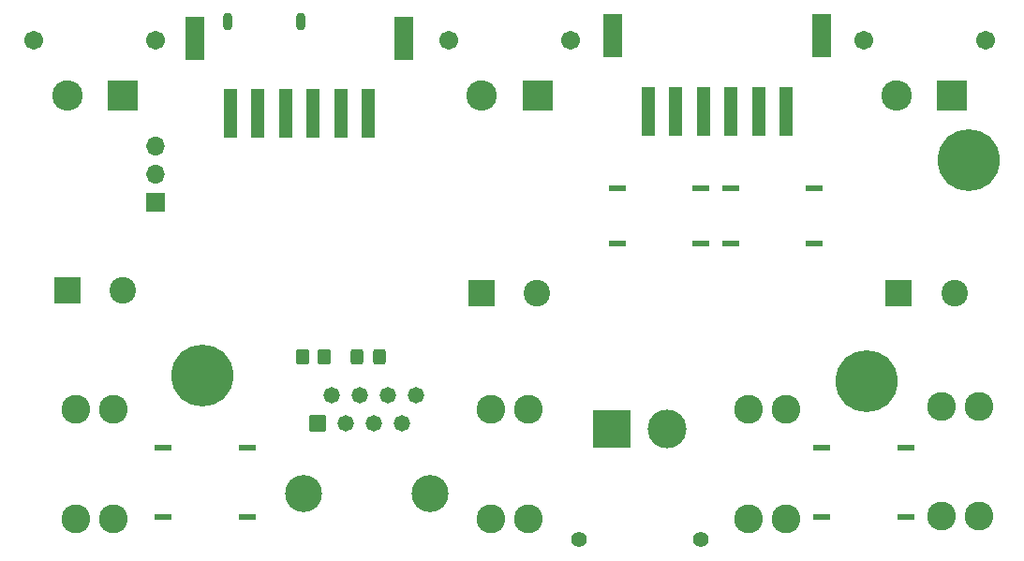
<source format=gts>
%TF.GenerationSoftware,KiCad,Pcbnew,8.0.3-8.0.3-0~ubuntu22.04.1*%
%TF.CreationDate,2024-07-03T00:47:08-04:00*%
%TF.ProjectId,arm_drive_j3_4_5,61726d5f-6472-4697-9665-5f6a335f345f,rev?*%
%TF.SameCoordinates,Original*%
%TF.FileFunction,Soldermask,Top*%
%TF.FilePolarity,Negative*%
%FSLAX46Y46*%
G04 Gerber Fmt 4.6, Leading zero omitted, Abs format (unit mm)*
G04 Created by KiCad (PCBNEW 8.0.3-8.0.3-0~ubuntu22.04.1) date 2024-07-03 00:47:08*
%MOMM*%
%LPD*%
G01*
G04 APERTURE LIST*
G04 Aperture macros list*
%AMRoundRect*
0 Rectangle with rounded corners*
0 $1 Rounding radius*
0 $2 $3 $4 $5 $6 $7 $8 $9 X,Y pos of 4 corners*
0 Add a 4 corners polygon primitive as box body*
4,1,4,$2,$3,$4,$5,$6,$7,$8,$9,$2,$3,0*
0 Add four circle primitives for the rounded corners*
1,1,$1+$1,$2,$3*
1,1,$1+$1,$4,$5*
1,1,$1+$1,$6,$7*
1,1,$1+$1,$8,$9*
0 Add four rect primitives between the rounded corners*
20,1,$1+$1,$2,$3,$4,$5,0*
20,1,$1+$1,$4,$5,$6,$7,0*
20,1,$1+$1,$6,$7,$8,$9,0*
20,1,$1+$1,$8,$9,$2,$3,0*%
G04 Aperture macros list end*
%ADD10R,1.511300X0.609600*%
%ADD11R,1.295400X4.495800*%
%ADD12R,1.803400X3.911600*%
%ADD13C,1.712000*%
%ADD14RoundRect,0.102000X-1.275000X-1.275000X1.275000X-1.275000X1.275000X1.275000X-1.275000X1.275000X0*%
%ADD15C,2.754000*%
%ADD16RoundRect,0.250000X0.350000X0.450000X-0.350000X0.450000X-0.350000X-0.450000X0.350000X-0.450000X0*%
%ADD17C,2.604000*%
%ADD18RoundRect,0.250000X0.325000X0.450000X-0.325000X0.450000X-0.325000X-0.450000X0.325000X-0.450000X0*%
%ADD19R,2.400000X2.400000*%
%ADD20C,2.400000*%
%ADD21R,1.700000X1.700000*%
%ADD22O,1.700000X1.700000*%
%ADD23C,3.600000*%
%ADD24C,5.600000*%
%ADD25C,1.400000*%
%ADD26R,3.500000X3.500000*%
%ADD27C,3.500000*%
%ADD28C,3.350000*%
%ADD29RoundRect,0.102000X-0.634000X-0.634000X0.634000X-0.634000X0.634000X0.634000X-0.634000X0.634000X0*%
%ADD30C,1.472000*%
%ADD31O,0.900000X1.600000*%
G04 APERTURE END LIST*
D10*
%TO.C,SW7*%
X111856350Y-78520000D03*
X119463650Y-78520000D03*
%TD*%
%TO.C,SW5*%
X103606350Y-60020000D03*
X111213650Y-60020000D03*
%TD*%
D11*
%TO.C,J8*%
X108660000Y-48073801D03*
X106160000Y-48073801D03*
X103660000Y-48073801D03*
X101160000Y-48073801D03*
X98660000Y-48073801D03*
X96160000Y-48073801D03*
D12*
X111859999Y-41273801D03*
X92960001Y-41273801D03*
%TD*%
D13*
%TO.C,J7*%
X40660000Y-41700750D03*
X51660000Y-41700750D03*
D14*
X48660000Y-46700750D03*
D15*
X43660000Y-46700750D03*
%TD*%
D16*
%TO.C,R2*%
X66910000Y-70270000D03*
X64910000Y-70270000D03*
%TD*%
D10*
%TO.C,SW1*%
X52356350Y-84770000D03*
X59963650Y-84770000D03*
%TD*%
D17*
%TO.C,F4*%
X108610000Y-75060000D03*
X105210000Y-75060000D03*
X108610000Y-84980000D03*
X105210000Y-84980000D03*
%TD*%
D10*
%TO.C,SW6*%
X103606350Y-55020000D03*
X111213650Y-55020000D03*
%TD*%
D13*
%TO.C,J3*%
X115660000Y-41700750D03*
X126660000Y-41700750D03*
D14*
X123660000Y-46700750D03*
D15*
X118660000Y-46700750D03*
%TD*%
D10*
%TO.C,SW3*%
X100963650Y-60020000D03*
X93356350Y-60020000D03*
%TD*%
D18*
%TO.C,D2*%
X71910000Y-70270000D03*
X69860000Y-70270000D03*
%TD*%
D17*
%TO.C,F3*%
X85360000Y-75060000D03*
X81960000Y-75060000D03*
X85360000Y-84980000D03*
X81960000Y-84980000D03*
%TD*%
D19*
%TO.C,C7*%
X43727841Y-64270000D03*
D20*
X48727841Y-64270000D03*
%TD*%
D21*
%TO.C,JP1*%
X51660000Y-56295000D03*
D22*
X51660000Y-53755000D03*
X51660000Y-51215000D03*
%TD*%
D23*
%TO.C,H4*%
X115910000Y-72520000D03*
D24*
X115910000Y-72520000D03*
%TD*%
D13*
%TO.C,J4*%
X78160000Y-41700750D03*
X89160000Y-41700750D03*
D14*
X86160000Y-46700750D03*
D15*
X81160000Y-46700750D03*
%TD*%
D10*
%TO.C,SW4*%
X100963650Y-55020000D03*
X93356350Y-55020000D03*
%TD*%
%TO.C,SW2*%
X52356350Y-78520000D03*
X59963650Y-78520000D03*
%TD*%
D25*
%TO.C,J6*%
X100910000Y-86845000D03*
X89910000Y-86845000D03*
D26*
X92910000Y-76845000D03*
D27*
X97910000Y-76845000D03*
%TD*%
D28*
%TO.C,J2*%
X65019000Y-82620000D03*
X76451000Y-82620000D03*
D29*
X66290000Y-76270000D03*
D30*
X67560000Y-73730000D03*
X68830000Y-76270000D03*
X70100000Y-73730000D03*
X71370000Y-76270000D03*
X72640000Y-73730000D03*
X73910000Y-76270000D03*
X75180000Y-73730000D03*
%TD*%
D17*
%TO.C,F2*%
X126110000Y-74810000D03*
X122710000Y-74810000D03*
X126110000Y-84730000D03*
X122710000Y-84730000D03*
%TD*%
D19*
%TO.C,C11*%
X81086041Y-64520000D03*
D20*
X86086041Y-64520000D03*
%TD*%
D19*
%TO.C,C9*%
X118836041Y-64520000D03*
D20*
X123836041Y-64520000D03*
%TD*%
D23*
%TO.C,H2*%
X125160000Y-52520000D03*
D24*
X125160000Y-52520000D03*
%TD*%
D23*
%TO.C,H3*%
X55910000Y-72020000D03*
D24*
X55910000Y-72020000D03*
%TD*%
D10*
%TO.C,SW8*%
X111856350Y-84770000D03*
X119463650Y-84770000D03*
%TD*%
D17*
%TO.C,F1*%
X47860000Y-75060000D03*
X44460000Y-75060000D03*
X47860000Y-84980000D03*
X44460000Y-84980000D03*
%TD*%
D11*
%TO.C,J5*%
X70910000Y-48323801D03*
X68410000Y-48323801D03*
X65910000Y-48323801D03*
X63410000Y-48323801D03*
X60910000Y-48323801D03*
X58410000Y-48323801D03*
D12*
X74109999Y-41523801D03*
X55210001Y-41523801D03*
%TD*%
D31*
%TO.C,J1*%
X58160000Y-40020000D03*
X64760000Y-40020000D03*
%TD*%
M02*

</source>
